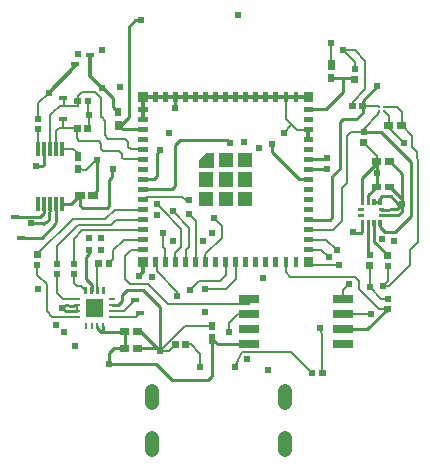
<source format=gtl>
G04 Layer: TopLayer*
G04 EasyEDA v6.4.31, 2022-02-15 11:42:09*
G04 cf861d6554b0406c859822548a314204,c17a8ced473b4d519dda31697e0e54b6,10*
G04 Gerber Generator version 0.2*
G04 Scale: 100 percent, Rotated: No, Reflected: No *
G04 Dimensions in inches *
G04 leading zeros omitted , absolute positions ,3 integer and 6 decimal *
%FSLAX36Y36*%
%MOIN*%

%ADD10C,0.0083*%
%ADD11C,0.0100*%
%ADD12C,0.0084*%
%ADD13C,0.0083*%
%ADD14C,0.0124*%
%ADD15C,0.0103*%
%ADD16C,0.0104*%
%ADD17C,0.0084*%
%ADD18C,0.0098*%
%ADD19C,0.0083*%
%ADD20C,0.0104*%
%ADD21C,0.0119*%
%ADD22C,0.0004*%
%ADD23C,0.0240*%
%ADD24C,0.0240*%
%ADD25R,0.0315X0.0158*%
%ADD27R,0.0213X0.0223*%
%ADD28R,0.0236X0.0098*%
%ADD29R,0.0098X0.0236*%
%ADD31R,0.0213X0.0311*%
%ADD32R,0.0118X0.0512*%
%ADD37R,0.0685X0.0280*%
%ADD40C,0.0079*%
%ADD41C,0.0472*%

%LPD*%
G36*
X527340Y238580D02*
G01*
X503720Y214960D01*
X503720Y191340D01*
X550960Y191340D01*
X550960Y238580D01*
G37*
D12*
X-56500Y5999D02*
G01*
X-15000Y5999D01*
X-15000Y0D01*
X5000Y15000D01*
X7299Y67500D01*
D13*
X364399Y69200D02*
G01*
X375799Y56100D01*
X445000Y-15000D01*
X445000Y-75000D01*
X425000Y-95000D01*
X425000Y-125599D01*
D14*
X303799Y-172800D02*
G01*
X316708Y-159890D01*
X316708Y-125590D01*
D10*
X811625Y333373D02*
G01*
X811625Y331525D01*
X785399Y305300D01*
D15*
X424979Y425590D02*
G01*
X424979Y391280D01*
X423499Y389800D01*
D10*
X945000Y531460D02*
G01*
X945000Y605000D01*
D15*
X106839Y96999D02*
G01*
X77319Y67480D01*
X46679Y67480D01*
X106839Y96999D02*
G01*
X106839Y62559D01*
X115599Y53800D01*
X195599Y53800D01*
X203599Y61799D01*
X203599Y149800D01*
X212599Y158800D01*
X212599Y183299D01*
X215199Y185900D01*
D13*
X962299Y-85000D02*
G01*
X928089Y-50790D01*
X867889Y-50790D01*
X937299Y-110000D02*
G01*
X911549Y-84250D01*
X867889Y-84250D01*
D16*
X316708Y150000D02*
G01*
X353901Y150000D01*
X364198Y160300D01*
X364198Y236999D01*
X374399Y247199D01*
D17*
X316708Y116541D02*
G01*
X413241Y116541D01*
X423500Y126799D01*
X423500Y265601D01*
X439897Y281999D01*
X595199Y281999D01*
X606799Y270399D01*
D11*
X1097299Y460000D02*
G01*
X1049339Y412040D01*
X1049339Y395000D01*
X1049339Y395000D02*
G01*
X1049339Y372040D01*
X1027299Y350000D01*
X982299Y350000D01*
X972299Y340000D01*
X972299Y185000D01*
X947299Y160000D01*
X947299Y25000D01*
X938439Y16140D01*
X867889Y16140D01*
D17*
X-40000Y196500D02*
G01*
X-17400Y196500D01*
X-12400Y201900D01*
X-12400Y252500D01*
D13*
X30799Y-131700D02*
G01*
X30799Y-70500D01*
X100299Y-999D01*
X209799Y-999D01*
X226899Y16100D01*
X316699Y16100D01*
D18*
X26991Y11990D02*
G01*
X25000Y0D01*
X25000Y0D01*
X-20000Y-45000D01*
X-90000Y-45000D01*
D15*
X145234Y-220444D02*
G01*
X145234Y-200835D01*
X125799Y-181399D01*
X125799Y-109899D01*
X137619Y-98079D01*
X137619Y-84690D01*
D13*
X-35200Y-99800D02*
G01*
X82699Y18099D01*
X191599Y18099D01*
X223099Y49600D01*
X316699Y49600D01*
X85499Y-48600D02*
G01*
X114399Y-19699D01*
X245499Y-19699D01*
X247879Y-17319D01*
X316709Y-17319D01*
D19*
X554099Y21999D02*
G01*
X581498Y-5399D01*
X581498Y-43501D01*
X525000Y-100000D01*
X525400Y-125601D01*
D17*
X867899Y150000D02*
G01*
X837199Y150000D01*
X745899Y241300D01*
X746499Y268899D01*
D14*
X391509Y425590D02*
G01*
X358049Y425590D01*
X358049Y425590D02*
G01*
X316709Y425590D01*
D12*
X1087139Y74450D02*
G01*
X1106830Y74450D01*
D20*
X1138759Y125000D02*
G01*
X1180099Y83659D01*
X1180099Y69299D01*
X1138759Y210000D02*
G01*
X1180099Y168659D01*
X1180099Y69299D01*
X1097299Y170000D02*
G01*
X1095839Y168539D01*
X1095839Y125000D01*
X1097299Y170000D02*
G01*
X1095839Y171460D01*
X1095839Y210000D01*
D11*
X984589Y-350000D02*
G01*
X1064339Y-350000D01*
X1132299Y-282040D01*
X670009Y-400000D02*
G01*
X565839Y-400000D01*
X547299Y-381460D01*
X930000Y185000D02*
G01*
X928458Y183458D01*
X867890Y183458D01*
X930099Y220599D02*
G01*
X926430Y216930D01*
X867890Y216930D01*
X1067459Y5549D02*
G01*
X1067459Y-98119D01*
X1072299Y-102959D01*
X1067459Y74450D02*
G01*
X1067459Y96619D01*
X1095839Y125000D01*
D10*
X425258Y-400000D02*
G01*
X402658Y-422600D01*
X373999Y-422600D01*
D18*
X-12390Y67480D02*
G01*
X-12390Y37609D01*
X-25000Y25000D01*
X-110000Y25000D01*
X26989Y67480D02*
G01*
X26989Y11990D01*
D11*
X1047797Y74499D02*
G01*
X1047299Y155000D01*
X1095839Y203539D01*
X1095839Y210000D01*
D14*
X867889Y283859D02*
G01*
X867889Y317319D01*
X867889Y425590D02*
G01*
X826549Y425590D01*
X826549Y425590D02*
G01*
X793089Y425590D01*
X793089Y425590D02*
G01*
X759619Y425590D01*
X759619Y425590D02*
G01*
X726159Y425590D01*
X726159Y425590D02*
G01*
X692689Y425590D01*
X692689Y425590D02*
G01*
X659229Y425590D01*
X659229Y425590D02*
G01*
X625759Y425590D01*
X625759Y425590D02*
G01*
X592299Y425590D01*
X592299Y425590D02*
G01*
X558840Y425590D01*
X558840Y425590D02*
G01*
X525369Y425590D01*
X525369Y425590D02*
G01*
X491909Y425590D01*
X491909Y425590D02*
G01*
X458439Y425590D01*
X458439Y425590D02*
G01*
X424979Y425590D01*
X424979Y425590D02*
G01*
X391509Y425590D01*
X316709Y425590D02*
G01*
X316709Y384250D01*
X316709Y384250D02*
G01*
X316709Y350790D01*
D15*
X255999Y-413000D02*
G01*
X255699Y-357199D01*
X205000Y-465000D02*
G01*
X205000Y-429200D01*
X221199Y-413000D01*
X256039Y-413000D01*
X184604Y-338555D02*
G01*
X184604Y-357199D01*
X298661Y-357199D02*
G01*
X308599Y-357199D01*
X373999Y-422600D01*
X298959Y-413000D02*
G01*
X364399Y-413000D01*
X373999Y-422600D01*
D13*
X214054Y-289344D02*
G01*
X236899Y-289344D01*
X95944Y-269715D02*
G01*
X95944Y-289405D01*
X373999Y-422600D02*
G01*
X458059Y-338539D01*
X547299Y-338539D01*
X99299Y226460D02*
G01*
X99299Y238000D01*
X84779Y252519D01*
X46669Y252519D01*
D11*
X149759Y96999D02*
G01*
X165000Y112240D01*
X165000Y215000D01*
D13*
X99299Y183499D02*
G01*
X127699Y182699D01*
X160000Y215000D01*
X165000Y215000D01*
X125554Y-220444D02*
G01*
X108809Y-203699D01*
X96299Y-203699D01*
X87799Y-195199D01*
X87799Y-166039D01*
X164924Y-220444D02*
G01*
X164924Y-134135D01*
X169459Y-129600D01*
X203539Y-129600D02*
G01*
X217999Y-115140D01*
X217999Y-86300D01*
X253509Y-50790D01*
X316709Y-50790D01*
D15*
X214101Y-269699D02*
G01*
X232201Y-269699D01*
X248100Y-253798D01*
X248100Y-236799D01*
X264897Y-220000D01*
X317797Y-220000D01*
X373999Y-276201D01*
X373999Y-422600D01*
X47799Y-278200D02*
G01*
X59003Y-289403D01*
X95942Y-289403D01*
D13*
X26989Y252519D02*
G01*
X26989Y310990D01*
X36399Y320399D01*
X97859Y320399D01*
D21*
X180000Y455000D02*
G01*
X140000Y495000D01*
X140000Y565000D01*
X1799Y439800D02*
G01*
X90000Y528000D01*
X90000Y535000D01*
D11*
X235000Y330940D02*
G01*
X248620Y317319D01*
X316708Y317319D01*
D13*
X97899Y320399D02*
G01*
X96199Y318699D01*
X96199Y287100D01*
X103999Y278800D01*
X160199Y278800D01*
X160199Y278800D02*
G01*
X168999Y279000D01*
X177599Y269600D01*
X177599Y250000D01*
X184299Y243600D01*
X236499Y243600D01*
X246799Y233600D01*
X246799Y222100D01*
X252799Y216900D01*
X316699Y216900D01*
X237299Y285599D02*
G01*
X257099Y285599D01*
X267599Y275100D01*
X267599Y258600D01*
X278399Y250399D01*
X316699Y250399D01*
X178899Y356599D02*
G01*
X189799Y345700D01*
X189799Y297399D01*
X201399Y285500D01*
X237299Y285599D01*
D15*
X235000Y373859D02*
G01*
X216199Y392660D01*
X216199Y423000D01*
X184199Y455000D01*
X180000Y455000D01*
D13*
X50499Y352500D02*
G01*
X50399Y320399D01*
X236899Y-289346D02*
G01*
X251855Y-289346D01*
X291000Y-250199D01*
X291499Y-250199D01*
D15*
X255739Y-357199D02*
G01*
X175899Y-357199D01*
X164924Y-346224D01*
X164924Y-338555D01*
D13*
X95899Y-309099D02*
G01*
X15099Y-309099D01*
X-4700Y-289299D01*
X-4700Y-199800D01*
X-35200Y-169299D01*
X-35200Y-133800D01*
X95944Y-250034D02*
G01*
X94709Y-248800D01*
X50299Y-248800D01*
X30799Y-229299D01*
X30799Y-165740D01*
D10*
X867889Y317319D02*
G01*
X865569Y315000D01*
X830000Y315000D01*
X793089Y351909D01*
X793089Y425590D01*
D13*
X982299Y580000D02*
G01*
X1022299Y540000D01*
X1022299Y517040D01*
X1015259Y395000D02*
G01*
X1015259Y407959D01*
X1057299Y450000D01*
X1057299Y545000D01*
X1022299Y580000D01*
X982299Y580000D01*
X1117299Y-205000D02*
G01*
X1132299Y-190000D01*
X1132299Y-137040D01*
X1132299Y-247959D02*
G01*
X1110259Y-247959D01*
X1072299Y-210000D01*
X1132299Y-281999D02*
G01*
X1104299Y-281999D01*
X1037299Y-215000D01*
X1037299Y-190000D01*
X1022299Y-175000D01*
X807299Y-175000D01*
X792299Y-160000D01*
X793099Y-125599D01*
X984589Y-250000D02*
G01*
X984589Y-217710D01*
X1002299Y-200000D01*
X914299Y-495000D02*
G01*
X912299Y-370000D01*
X907299Y-345000D01*
X647299Y-425000D02*
G01*
X810259Y-425000D01*
X880259Y-495000D01*
X622299Y-475000D02*
G01*
X637299Y-445000D01*
X647299Y-425000D01*
X475000Y-220000D02*
G01*
X505000Y-190000D01*
X572299Y-190000D01*
X592299Y-170000D01*
X592299Y-125590D01*
X522299Y-215000D02*
G01*
X592299Y-215000D01*
X625759Y-181539D01*
X625759Y-125590D01*
X418199Y44299D02*
G01*
X470000Y-10199D01*
X470000Y-75199D01*
X458439Y-86759D01*
X458439Y-125790D01*
X470000Y35000D02*
G01*
X491899Y13099D01*
X491899Y-125599D01*
X1799Y439800D02*
G01*
X-32700Y405300D01*
X-32700Y352040D01*
X-32700Y317959D02*
G01*
X-32700Y265039D01*
X-32070Y252519D01*
X-32070Y252519D01*
X87799Y-131959D02*
G01*
X85499Y-129659D01*
X85499Y-48600D01*
D10*
X867889Y-125590D02*
G01*
X877299Y-135000D01*
X970000Y-135000D01*
D11*
X945000Y488499D02*
G01*
X1022299Y488499D01*
X1022299Y483000D01*
X982115Y488499D02*
G01*
X982299Y479499D01*
X982299Y440000D01*
X927299Y384299D01*
X867899Y384299D01*
D13*
X508089Y-475770D02*
G01*
X508089Y-430790D01*
X477299Y-400000D01*
X459339Y-400000D01*
X1052299Y272959D02*
G01*
X1095839Y229420D01*
X1095839Y210000D01*
D18*
X205000Y-465000D02*
G01*
X205000Y-465000D01*
X360000Y-465000D01*
X415000Y-520000D01*
X535000Y-520000D01*
X547299Y-504899D01*
X547299Y-381500D01*
D11*
X235000Y331100D02*
G01*
X242799Y331100D01*
X268599Y356900D01*
X268599Y659000D01*
X289799Y680199D01*
X310000Y680199D01*
D13*
X670000Y-250000D02*
G01*
X670000Y-265000D01*
X398499Y-265000D01*
X332799Y-199299D01*
X274399Y-199299D01*
X257299Y-182199D01*
X257299Y-105000D01*
X278099Y-84299D01*
X316699Y-84299D01*
X214054Y-309025D02*
G01*
X292074Y-309025D01*
X307399Y-293699D01*
D12*
X1106801Y74499D02*
G01*
X1106801Y88899D01*
X1112500Y95300D01*
X1142299Y95000D01*
X1167999Y69299D01*
X1180099Y69299D01*
D13*
X997299Y225000D02*
G01*
X997299Y295000D01*
X1009339Y307040D01*
X1052299Y307040D01*
D15*
X95899Y-270000D02*
G01*
X76299Y-270199D01*
X58899Y-270100D01*
X47799Y-278200D01*
X47799Y-278200D01*
D13*
X670009Y-300000D02*
G01*
X632299Y-300000D01*
X602299Y-330000D01*
X602299Y-360000D01*
X984589Y-300000D02*
G01*
X1077299Y-300000D01*
X391498Y-125601D02*
G01*
X391000Y-80801D01*
X384299Y-74099D01*
X384299Y-29400D01*
X358099Y-125599D02*
G01*
X362399Y-125599D01*
X362399Y-155900D01*
X430000Y-223499D01*
X430000Y-240000D01*
X1187299Y270000D02*
G01*
X1135839Y321460D01*
X1135839Y330000D01*
X1178799Y330000D02*
G01*
X1214099Y294699D01*
X1214099Y258800D01*
X1230199Y242699D01*
X1230899Y222199D01*
X1235000Y215500D01*
X1235000Y-57300D01*
X1207299Y-85000D01*
X1207299Y-135000D01*
X1137299Y-205000D01*
X1117299Y-205000D01*
D11*
X1132299Y-103000D02*
G01*
X1087099Y-57800D01*
X1087099Y5500D01*
D13*
X1072299Y-137040D02*
G01*
X1072299Y-210000D01*
X867889Y-17319D02*
G01*
X870569Y-20000D01*
X950000Y-20000D01*
X980000Y10000D01*
X980000Y120000D01*
X997299Y137300D01*
X997299Y225000D01*
X178899Y356599D02*
G01*
X176599Y358899D01*
X176599Y420900D01*
X156099Y441399D01*
X112099Y441399D01*
X98899Y428200D01*
X98899Y411100D01*
X136299Y365100D02*
G01*
X132939Y368460D01*
X132939Y411100D01*
X131939Y320399D02*
G01*
X136299Y324760D01*
X136299Y365100D01*
X7299Y252500D02*
G01*
X7299Y365399D01*
X17799Y374499D01*
X38499Y395199D01*
X98899Y395199D01*
X98899Y411100D01*
X52115Y422750D02*
G01*
X52315Y394850D01*
D11*
X1052299Y306999D02*
G01*
X1110599Y306999D01*
X1112299Y305000D01*
X1210000Y207300D01*
X1210000Y27699D01*
X1157299Y-25000D01*
X1122299Y-25000D01*
X1106799Y-9499D01*
X1106799Y5500D01*
D20*
X1111698Y30199D02*
G01*
X1167299Y30000D01*
X1180099Y42800D01*
X1180099Y69299D01*
X1111698Y49800D02*
G01*
X1162299Y50000D01*
X1180099Y67800D01*
X1180099Y69299D01*
D13*
X1120899Y392699D02*
G01*
X1154399Y392899D01*
X1162299Y390000D01*
X1178759Y373539D01*
X1178759Y330000D01*
X1104429Y392869D02*
G01*
X1102299Y395000D01*
X1049339Y395000D01*
X1052299Y306999D02*
G01*
X1052299Y317800D01*
X1101499Y366999D01*
X1104299Y377300D01*
X1120169Y377130D02*
G01*
X1135839Y361460D01*
X1135839Y330000D01*
D10*
X470000Y80000D02*
G01*
X459899Y80000D01*
X447799Y92100D01*
X325299Y92100D01*
X316699Y83099D01*
D11*
X1017299Y-25000D02*
G01*
X1022299Y-30000D01*
X1042299Y-30000D01*
X1047768Y-24529D01*
X1047768Y5549D01*
D22*
X503719Y191340D02*
G01*
X550959Y191340D01*
X550959Y238580D01*
X527339Y238580D01*
X503719Y214960D01*
X503719Y191340D01*
D25*
G01*
X-110000Y25000D03*
G01*
X-90000Y-45000D03*
G01*
X291499Y-250199D03*
G01*
X307399Y-293699D03*
G01*
X50499Y352500D03*
G01*
X50999Y421999D03*
G01*
X140000Y565000D03*
G01*
X90000Y535000D03*
G36*
X1026393Y405630D02*
G01*
X1026393Y384369D01*
X1004124Y384369D01*
X1004124Y405630D01*
G37*
G36*
X1038206Y405630D02*
G01*
X1038206Y384369D01*
X1060474Y384369D01*
X1060474Y405630D01*
G37*
G36*
X1041669Y284094D02*
G01*
X1062929Y284094D01*
X1062929Y261824D01*
X1041669Y261824D01*
G37*
D27*
G01*
X1052299Y307040D03*
G36*
X120805Y309769D02*
G01*
X120805Y331030D01*
X143074Y331030D01*
X143074Y309769D01*
G37*
G36*
X108993Y309769D02*
G01*
X108993Y331030D01*
X86724Y331030D01*
X86724Y309769D01*
G37*
G36*
X121805Y400470D02*
G01*
X121805Y421729D01*
X144074Y421729D01*
X144074Y400470D01*
G37*
G36*
X109993Y400470D02*
G01*
X109993Y421729D01*
X87724Y421729D01*
X87724Y400470D01*
G37*
G36*
X192405Y-140230D02*
G01*
X192405Y-118969D01*
X214674Y-118969D01*
X214674Y-140230D01*
G37*
G36*
X180593Y-140230D02*
G01*
X180593Y-118969D01*
X158324Y-118969D01*
X158324Y-140230D01*
G37*
D28*
G01*
X95949Y-250030D03*
G01*
X95949Y-269720D03*
G01*
X95949Y-289400D03*
G01*
X95949Y-309090D03*
D29*
G01*
X125549Y-338550D03*
G01*
X145239Y-338550D03*
G01*
X164919Y-338550D03*
G01*
X184609Y-338550D03*
D28*
G01*
X214049Y-309029D03*
G01*
X214049Y-289340D03*
G01*
X214049Y-269659D03*
G01*
X214059Y-250030D03*
G36*
X179687Y-208634D02*
G01*
X189529Y-208634D01*
X189529Y-232256D01*
X179687Y-232256D01*
G37*
G36*
X160002Y-208632D02*
G01*
X169844Y-208632D01*
X169844Y-232255D01*
X160002Y-232255D01*
G37*
G36*
X140317Y-208634D02*
G01*
X150159Y-208634D01*
X150159Y-232256D01*
X140317Y-232256D01*
G37*
G36*
X120632Y-208634D02*
G01*
X130474Y-208634D01*
X130474Y-232256D01*
X120632Y-232256D01*
G37*
G36*
X125471Y-249971D02*
G01*
X184527Y-249971D01*
X184527Y-309027D01*
X125471Y-309027D01*
G37*
G36*
X224369Y346493D02*
G01*
X245629Y346493D01*
X245629Y315387D01*
X224369Y315387D01*
G37*
D31*
G01*
X235000Y373859D03*
G36*
X448206Y-410630D02*
G01*
X448206Y-389369D01*
X470474Y-389369D01*
X470474Y-410630D01*
G37*
G36*
X436393Y-410630D02*
G01*
X436393Y-389369D01*
X414124Y-389369D01*
X414124Y-410630D01*
G37*
G36*
X891393Y-484369D02*
G01*
X891393Y-505630D01*
X869124Y-505630D01*
X869124Y-484369D01*
G37*
G36*
X903206Y-484369D02*
G01*
X903206Y-505630D01*
X925474Y-505630D01*
X925474Y-484369D01*
G37*
D32*
G01*
X46669Y252519D03*
G01*
X26989Y252519D03*
G01*
X7309Y252519D03*
G01*
X-12390Y252519D03*
G01*
X-32070Y252519D03*
G01*
X-32060Y67480D03*
G01*
X-12390Y67480D03*
G01*
X7299Y67480D03*
G01*
X26989Y67480D03*
G01*
X46679Y67480D03*
G36*
X955629Y515905D02*
G01*
X934369Y515905D01*
X934369Y547011D01*
X955629Y547011D01*
G37*
D31*
G01*
X945000Y488539D03*
G36*
X536669Y-365905D02*
G01*
X557929Y-365905D01*
X557929Y-397011D01*
X536669Y-397011D01*
G37*
G01*
X547299Y-338539D03*
G36*
X122393Y107629D02*
G01*
X122393Y86370D01*
X91287Y86370D01*
X91287Y107629D01*
G37*
G36*
X134205Y107629D02*
G01*
X134205Y86370D01*
X165311Y86370D01*
X165311Y107629D01*
G37*
G36*
X109929Y210905D02*
G01*
X88669Y210905D01*
X88669Y242011D01*
X109929Y242011D01*
G37*
G01*
X99299Y183539D03*
G36*
X1121669Y-270905D02*
G01*
X1142929Y-270905D01*
X1142929Y-293175D01*
X1121669Y-293175D01*
G37*
D27*
G01*
X1132299Y-247959D03*
G36*
X-22070Y340905D02*
G01*
X-43330Y340905D01*
X-43330Y363175D01*
X-22070Y363175D01*
G37*
G01*
X-32700Y317959D03*
G36*
X1111393Y220630D02*
G01*
X1111393Y199369D01*
X1080287Y199369D01*
X1080287Y220630D01*
G37*
G36*
X1123206Y220630D02*
G01*
X1123206Y199369D01*
X1154312Y199369D01*
X1154312Y220630D01*
G37*
G36*
X1111393Y135630D02*
G01*
X1111393Y114369D01*
X1080287Y114369D01*
X1080287Y135630D01*
G37*
G36*
X1123206Y135630D02*
G01*
X1123206Y114369D01*
X1154312Y114369D01*
X1154312Y135630D01*
G37*
G36*
X1151393Y340630D02*
G01*
X1151393Y319369D01*
X1120287Y319369D01*
X1120287Y340630D01*
G37*
G36*
X1163206Y340630D02*
G01*
X1163206Y319369D01*
X1194312Y319369D01*
X1194312Y340630D01*
G37*
G36*
X1011669Y494094D02*
G01*
X1032929Y494094D01*
X1032929Y471824D01*
X1011669Y471824D01*
G37*
G01*
X1022299Y517040D03*
G36*
X1061669Y-125905D02*
G01*
X1082929Y-125905D01*
X1082929Y-148175D01*
X1061669Y-148175D01*
G37*
G01*
X1072299Y-102959D03*
G36*
X1142929Y-114094D02*
G01*
X1121669Y-114094D01*
X1121669Y-91824D01*
X1142929Y-91824D01*
G37*
G01*
X1132299Y-137040D03*
G36*
X300959Y441340D02*
G01*
X332459Y441340D01*
X332459Y409839D01*
X300959Y409839D01*
G37*
G36*
X300959Y-109839D02*
G01*
X332459Y-109839D01*
X332459Y-141340D01*
X300959Y-141340D01*
G37*
G36*
X852139Y441340D02*
G01*
X883639Y441340D01*
X883639Y409839D01*
X852139Y409839D01*
G37*
G36*
X852139Y-109839D02*
G01*
X883639Y-109839D01*
X883639Y-141340D01*
X852139Y-141340D01*
G37*
G36*
X300959Y392125D02*
G01*
X332459Y392125D01*
X332459Y376374D01*
X300959Y376374D01*
G37*
G36*
X300959Y358665D02*
G01*
X332459Y358665D01*
X332459Y342914D01*
X300959Y342914D01*
G37*
G36*
X300959Y325194D02*
G01*
X332459Y325194D01*
X332459Y309445D01*
X300959Y309445D01*
G37*
G36*
X300959Y291734D02*
G01*
X332459Y291734D01*
X332459Y275985D01*
X300959Y275985D01*
G37*
G36*
X300959Y258265D02*
G01*
X332459Y258265D01*
X332459Y242514D01*
X300959Y242514D01*
G37*
G36*
X300959Y224805D02*
G01*
X332459Y224805D01*
X332459Y209054D01*
X300959Y209054D01*
G37*
G36*
X300959Y191334D02*
G01*
X332459Y191334D01*
X332459Y175585D01*
X300959Y175585D01*
G37*
G36*
X300959Y157874D02*
G01*
X332459Y157874D01*
X332459Y142125D01*
X300959Y142125D01*
G37*
G36*
X300959Y124414D02*
G01*
X332459Y124414D01*
X332459Y108665D01*
X300959Y108665D01*
G37*
G36*
X300959Y90945D02*
G01*
X332459Y90945D01*
X332459Y75194D01*
X300959Y75194D01*
G37*
G36*
X300959Y57485D02*
G01*
X332459Y57485D01*
X332459Y41734D01*
X300959Y41734D01*
G37*
G36*
X300959Y24014D02*
G01*
X332459Y24014D01*
X332459Y8265D01*
X300959Y8265D01*
G37*
G36*
X300959Y-9445D02*
G01*
X332459Y-9445D01*
X332459Y-25194D01*
X300959Y-25194D01*
G37*
G36*
X300959Y-42914D02*
G01*
X332459Y-42914D01*
X332459Y-58665D01*
X300959Y-58665D01*
G37*
G36*
X300959Y-76374D02*
G01*
X332459Y-76374D01*
X332459Y-92125D01*
X300959Y-92125D01*
G37*
G36*
X350169Y-109839D02*
G01*
X365919Y-109839D01*
X365919Y-141340D01*
X350169Y-141340D01*
G37*
G36*
X383639Y-109839D02*
G01*
X399389Y-109839D01*
X399389Y-141340D01*
X383639Y-141340D01*
G37*
G36*
X417099Y-109839D02*
G01*
X432849Y-109839D01*
X432849Y-141340D01*
X417099Y-141340D01*
G37*
G36*
X450569Y-109839D02*
G01*
X466319Y-109839D01*
X466319Y-141340D01*
X450569Y-141340D01*
G37*
G36*
X484029Y-109839D02*
G01*
X499779Y-109839D01*
X499779Y-141340D01*
X484029Y-141340D01*
G37*
G36*
X517500Y-109839D02*
G01*
X533239Y-109839D01*
X533239Y-141340D01*
X517500Y-141340D01*
G37*
G36*
X550959Y-109839D02*
G01*
X566709Y-109839D01*
X566709Y-141340D01*
X550959Y-141340D01*
G37*
G36*
X584429Y-109839D02*
G01*
X600169Y-109839D01*
X600169Y-141340D01*
X584429Y-141340D01*
G37*
G36*
X617889Y-109839D02*
G01*
X633639Y-109839D01*
X633639Y-141340D01*
X617889Y-141340D01*
G37*
G36*
X651359Y-109839D02*
G01*
X667099Y-109839D01*
X667099Y-141340D01*
X651359Y-141340D01*
G37*
G36*
X684819Y-109839D02*
G01*
X700569Y-109839D01*
X700569Y-141340D01*
X684819Y-141340D01*
G37*
G36*
X718279Y-109839D02*
G01*
X734029Y-109839D01*
X734029Y-141340D01*
X718279Y-141340D01*
G37*
G36*
X751749Y-109839D02*
G01*
X767500Y-109839D01*
X767500Y-141340D01*
X751749Y-141340D01*
G37*
G36*
X785209Y-109839D02*
G01*
X800959Y-109839D01*
X800959Y-141340D01*
X785209Y-141340D01*
G37*
G36*
X818679Y-109839D02*
G01*
X834429Y-109839D01*
X834429Y-141340D01*
X818679Y-141340D01*
G37*
G36*
X852139Y-76374D02*
G01*
X883639Y-76374D01*
X883639Y-92125D01*
X852139Y-92125D01*
G37*
G36*
X852139Y-42914D02*
G01*
X883639Y-42914D01*
X883639Y-58665D01*
X852139Y-58665D01*
G37*
G36*
X852139Y-9445D02*
G01*
X883639Y-9445D01*
X883639Y-25194D01*
X852139Y-25194D01*
G37*
G36*
X852139Y24014D02*
G01*
X883639Y24014D01*
X883639Y8265D01*
X852139Y8265D01*
G37*
G36*
X852139Y57485D02*
G01*
X883639Y57485D01*
X883639Y41734D01*
X852139Y41734D01*
G37*
G36*
X852139Y90945D02*
G01*
X883639Y90945D01*
X883639Y75194D01*
X852139Y75194D01*
G37*
G36*
X852139Y124414D02*
G01*
X883639Y124414D01*
X883639Y108665D01*
X852139Y108665D01*
G37*
G36*
X852139Y157874D02*
G01*
X883639Y157874D01*
X883639Y142125D01*
X852139Y142125D01*
G37*
G36*
X852139Y191334D02*
G01*
X883639Y191334D01*
X883639Y175585D01*
X852139Y175585D01*
G37*
G36*
X852139Y224805D02*
G01*
X883639Y224805D01*
X883639Y209054D01*
X852139Y209054D01*
G37*
G36*
X852139Y258265D02*
G01*
X883639Y258265D01*
X883639Y242514D01*
X852139Y242514D01*
G37*
G36*
X852139Y291734D02*
G01*
X883639Y291734D01*
X883639Y275985D01*
X852139Y275985D01*
G37*
G36*
X852139Y325194D02*
G01*
X883639Y325194D01*
X883639Y309445D01*
X852139Y309445D01*
G37*
G36*
X852139Y358665D02*
G01*
X883639Y358665D01*
X883639Y342914D01*
X852139Y342914D01*
G37*
G36*
X852139Y392125D02*
G01*
X883639Y392125D01*
X883639Y376374D01*
X852139Y376374D01*
G37*
G36*
X818679Y441340D02*
G01*
X834429Y441340D01*
X834429Y409839D01*
X818679Y409839D01*
G37*
G36*
X785209Y441340D02*
G01*
X800959Y441340D01*
X800959Y409839D01*
X785209Y409839D01*
G37*
G36*
X751749Y441340D02*
G01*
X767500Y441340D01*
X767500Y409839D01*
X751749Y409839D01*
G37*
G36*
X718279Y441340D02*
G01*
X734029Y441340D01*
X734029Y409839D01*
X718279Y409839D01*
G37*
G36*
X684819Y441340D02*
G01*
X700569Y441340D01*
X700569Y409839D01*
X684819Y409839D01*
G37*
G36*
X651359Y441340D02*
G01*
X667099Y441340D01*
X667099Y409839D01*
X651359Y409839D01*
G37*
G36*
X617889Y441340D02*
G01*
X633639Y441340D01*
X633639Y409839D01*
X617889Y409839D01*
G37*
G36*
X584429Y441340D02*
G01*
X600169Y441340D01*
X600169Y409839D01*
X584429Y409839D01*
G37*
G36*
X550959Y441340D02*
G01*
X566709Y441340D01*
X566709Y409839D01*
X550959Y409839D01*
G37*
G36*
X517500Y441340D02*
G01*
X533239Y441340D01*
X533239Y409839D01*
X517500Y409839D01*
G37*
G36*
X484029Y441340D02*
G01*
X499779Y441340D01*
X499779Y409839D01*
X484029Y409839D01*
G37*
G36*
X450569Y441340D02*
G01*
X466319Y441340D01*
X466319Y409839D01*
X450569Y409839D01*
G37*
G36*
X417099Y441340D02*
G01*
X432849Y441340D01*
X432849Y409839D01*
X417099Y409839D01*
G37*
G36*
X383639Y441340D02*
G01*
X399389Y441340D01*
X399389Y409839D01*
X383639Y409839D01*
G37*
G36*
X350169Y441340D02*
G01*
X365919Y441340D01*
X365919Y409839D01*
X350169Y409839D01*
G37*
G36*
X519465Y222835D02*
G01*
X535214Y222835D01*
X535214Y207085D01*
X519465Y207085D01*
G37*
G36*
X568679Y173620D02*
G01*
X615919Y173620D01*
X615919Y126379D01*
X568679Y126379D01*
G37*
G36*
X568679Y238580D02*
G01*
X615919Y238580D01*
X615919Y191340D01*
X568679Y191340D01*
G37*
G36*
X633639Y238580D02*
G01*
X680879Y238580D01*
X680879Y191340D01*
X633639Y191340D01*
G37*
G36*
X633639Y173620D02*
G01*
X680879Y173620D01*
X680879Y126379D01*
X633639Y126379D01*
G37*
G36*
X633639Y108659D02*
G01*
X680879Y108659D01*
X680879Y61419D01*
X633639Y61419D01*
G37*
G36*
X568679Y108659D02*
G01*
X615919Y108659D01*
X615919Y61419D01*
X568679Y61419D01*
G37*
G36*
X503719Y108659D02*
G01*
X550959Y108659D01*
X550959Y61419D01*
X503719Y61419D01*
G37*
G36*
X503719Y173620D02*
G01*
X550959Y173620D01*
X550959Y126379D01*
X503719Y126379D01*
G37*
D37*
G01*
X984589Y-400000D03*
G01*
X984589Y-350000D03*
G01*
X984589Y-300000D03*
G01*
X984589Y-250000D03*
G01*
X670009Y-250000D03*
G01*
X670009Y-300000D03*
G01*
X670009Y-350000D03*
G01*
X670009Y-400000D03*
G36*
X1033009Y35671D02*
G01*
X1052694Y35671D01*
X1052694Y24648D01*
X1033009Y24648D01*
G37*
G36*
X1033009Y55351D02*
G01*
X1052694Y55351D01*
X1052694Y44328D01*
X1033009Y44328D01*
G37*
G36*
X1042257Y84292D02*
G01*
X1053281Y84292D01*
X1053281Y64607D01*
X1042257Y64607D01*
G37*
G36*
X1061947Y84292D02*
G01*
X1072971Y84292D01*
X1072971Y64607D01*
X1061947Y64607D01*
G37*
G36*
X1081627Y84292D02*
G01*
X1092651Y84292D01*
X1092651Y64607D01*
X1081627Y64607D01*
G37*
G36*
X1101317Y84292D02*
G01*
X1112341Y84292D01*
X1112341Y64607D01*
X1101317Y64607D01*
G37*
G36*
X1101903Y55351D02*
G01*
X1121588Y55351D01*
X1121588Y44328D01*
X1101903Y44328D01*
G37*
G36*
X1101903Y35671D02*
G01*
X1121588Y35671D01*
X1121588Y24648D01*
X1101903Y24648D01*
G37*
G36*
X1101317Y15392D02*
G01*
X1112341Y15392D01*
X1112341Y-4292D01*
X1101317Y-4292D01*
G37*
G36*
X1081627Y15392D02*
G01*
X1092651Y15392D01*
X1092651Y-4292D01*
X1081627Y-4292D01*
G37*
G36*
X1061947Y15392D02*
G01*
X1072971Y15392D01*
X1072971Y-4292D01*
X1061947Y-4292D01*
G37*
G36*
X1042257Y15392D02*
G01*
X1053281Y15392D01*
X1053281Y-4292D01*
X1042257Y-4292D01*
G37*
D40*
G01*
X1120169Y392869D03*
G01*
X1120169Y377130D03*
G01*
X1104429Y392869D03*
G01*
X1104429Y377130D03*
G36*
X41429Y-142793D02*
G01*
X20169Y-142793D01*
X20169Y-120524D01*
X41429Y-120524D01*
G37*
D27*
G01*
X30799Y-165740D03*
G36*
X98429Y-143094D02*
G01*
X77169Y-143094D01*
X77169Y-120824D01*
X98429Y-120824D01*
G37*
G01*
X87799Y-166039D03*
G36*
X-24570Y-110893D02*
G01*
X-45830Y-110893D01*
X-45830Y-88625D01*
X-24570Y-88625D01*
G37*
G01*
X-35200Y-133840D03*
G36*
X271293Y-346570D02*
G01*
X271293Y-367829D01*
X240187Y-367829D01*
X240187Y-346570D01*
G37*
G36*
X283105Y-346570D02*
G01*
X283105Y-367829D01*
X314211Y-367829D01*
X314211Y-346570D01*
G37*
G36*
X271593Y-402370D02*
G01*
X271593Y-423629D01*
X240487Y-423629D01*
X240487Y-402370D01*
G37*
G36*
X283405Y-402370D02*
G01*
X283405Y-423629D01*
X314511Y-423629D01*
X314511Y-402370D01*
G37*
D23*
G01*
X137619Y-45320D03*
G01*
X137619Y-84690D03*
G01*
X176989Y-84690D03*
G01*
X176989Y-45320D03*
G01*
X930099Y220599D03*
G01*
X930000Y185000D03*
D24*
G01*
X1097299Y460000D03*
G01*
X1017299Y-25000D03*
D23*
G01*
X52299Y-360000D03*
G01*
X27299Y-335000D03*
G01*
X475000Y-220000D03*
G01*
X522299Y-215000D03*
G01*
X417299Y-55000D03*
G01*
X-56500Y5999D03*
G01*
X516499Y-53899D03*
G01*
X547299Y-30000D03*
G01*
X-34200Y-214000D03*
G01*
X373999Y-422600D03*
G01*
X1097299Y170000D03*
G01*
X1180099Y69299D03*
G01*
X662299Y-450000D03*
G01*
X717299Y-180000D03*
G01*
X907299Y-345000D03*
G01*
X1002299Y-200000D03*
G01*
X1117299Y-205000D03*
G01*
X937299Y-110000D03*
G01*
X962299Y-85000D03*
G01*
X732299Y-485000D03*
G01*
X1072299Y-210000D03*
G01*
X430000Y-240000D03*
G01*
X602299Y-360000D03*
G01*
X1077299Y-300000D03*
G01*
X384299Y-29400D03*
G01*
X1799Y439800D03*
G01*
X982299Y580000D03*
G01*
X1187299Y270000D03*
G01*
X345699Y-176799D03*
G01*
X508089Y-475770D03*
G01*
X622299Y-475000D03*
G01*
X180000Y455000D03*
G01*
X205000Y-465000D03*
G01*
X970000Y-135000D03*
G01*
X945000Y605000D03*
G01*
X470000Y80000D03*
G01*
X310000Y680000D03*
G01*
X99699Y566799D03*
G01*
X180000Y580000D03*
G01*
X239199Y458699D03*
G01*
X364399Y69200D03*
G01*
X418199Y44299D03*
G01*
X470000Y35000D03*
G01*
X165000Y215000D03*
G01*
X1115000Y-50000D03*
G01*
X554099Y21999D03*
G01*
X47799Y-278200D03*
G01*
X136299Y365100D03*
G01*
X303799Y-172800D03*
G01*
X-40000Y196500D03*
G01*
X1151999Y-55000D03*
G01*
X401799Y303800D03*
G01*
X606799Y270399D03*
G01*
X746499Y268899D03*
G01*
X704199Y254400D03*
G01*
X374399Y247199D03*
G01*
X632799Y698099D03*
G01*
X653099Y273800D03*
G01*
X215199Y185900D03*
G01*
X423499Y389800D03*
G01*
X785399Y305300D03*
G01*
X364399Y33099D03*
G01*
X523099Y-292800D03*
G01*
X89499Y-403800D03*
D41*
X788549Y-554225D02*
G01*
X788549Y-593595D01*
X788549Y-711705D02*
G01*
X788549Y-751075D01*
X346039Y-554225D02*
G01*
X346039Y-593595D01*
X346039Y-711705D02*
G01*
X346039Y-751075D01*
M02*

</source>
